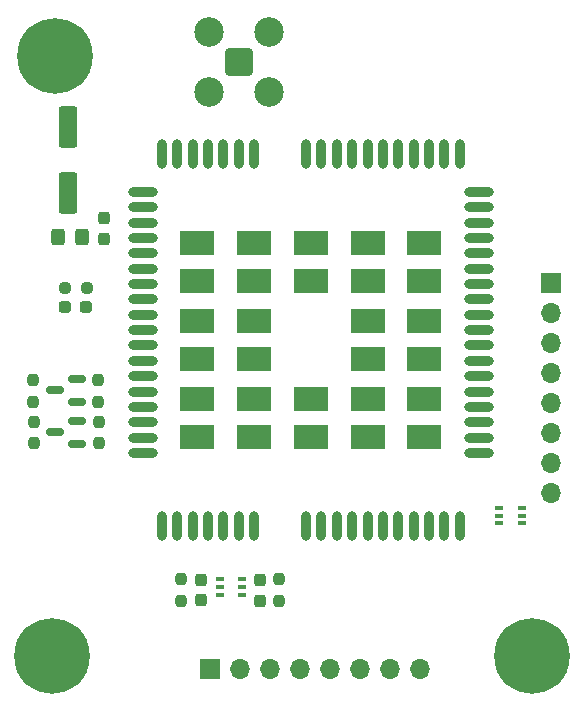
<source format=gbr>
%TF.GenerationSoftware,KiCad,Pcbnew,7.0.5*%
%TF.CreationDate,2023-07-01T23:53:25+07:00*%
%TF.ProjectId,PoeSci EFarm Rev 3,506f6553-6369-4204-9546-61726d205265,rev?*%
%TF.SameCoordinates,Original*%
%TF.FileFunction,Soldermask,Top*%
%TF.FilePolarity,Negative*%
%FSLAX46Y46*%
G04 Gerber Fmt 4.6, Leading zero omitted, Abs format (unit mm)*
G04 Created by KiCad (PCBNEW 7.0.5) date 2023-07-01 23:53:25*
%MOMM*%
%LPD*%
G01*
G04 APERTURE LIST*
G04 Aperture macros list*
%AMRoundRect*
0 Rectangle with rounded corners*
0 $1 Rounding radius*
0 $2 $3 $4 $5 $6 $7 $8 $9 X,Y pos of 4 corners*
0 Add a 4 corners polygon primitive as box body*
4,1,4,$2,$3,$4,$5,$6,$7,$8,$9,$2,$3,0*
0 Add four circle primitives for the rounded corners*
1,1,$1+$1,$2,$3*
1,1,$1+$1,$4,$5*
1,1,$1+$1,$6,$7*
1,1,$1+$1,$8,$9*
0 Add four rect primitives between the rounded corners*
20,1,$1+$1,$2,$3,$4,$5,0*
20,1,$1+$1,$4,$5,$6,$7,0*
20,1,$1+$1,$6,$7,$8,$9,0*
20,1,$1+$1,$8,$9,$2,$3,0*%
G04 Aperture macros list end*
%ADD10C,0.800000*%
%ADD11C,6.400000*%
%ADD12RoundRect,0.237500X0.237500X-0.287500X0.237500X0.287500X-0.237500X0.287500X-0.237500X-0.287500X0*%
%ADD13O,0.800000X2.500000*%
%ADD14O,2.500000X0.800000*%
%ADD15R,3.000000X2.000000*%
%ADD16R,1.700000X1.700000*%
%ADD17O,1.700000X1.700000*%
%ADD18RoundRect,0.237500X0.237500X-0.250000X0.237500X0.250000X-0.237500X0.250000X-0.237500X-0.250000X0*%
%ADD19RoundRect,0.250000X0.550000X-1.500000X0.550000X1.500000X-0.550000X1.500000X-0.550000X-1.500000X0*%
%ADD20RoundRect,0.250000X-0.325000X-0.450000X0.325000X-0.450000X0.325000X0.450000X-0.325000X0.450000X0*%
%ADD21RoundRect,0.200100X-0.949900X-0.949900X0.949900X-0.949900X0.949900X0.949900X-0.949900X0.949900X0*%
%ADD22C,2.500000*%
%ADD23RoundRect,0.237500X0.287500X0.237500X-0.287500X0.237500X-0.287500X-0.237500X0.287500X-0.237500X0*%
%ADD24R,0.650000X0.400000*%
%ADD25RoundRect,0.237500X0.237500X-0.300000X0.237500X0.300000X-0.237500X0.300000X-0.237500X-0.300000X0*%
%ADD26RoundRect,0.237500X0.250000X0.237500X-0.250000X0.237500X-0.250000X-0.237500X0.250000X-0.237500X0*%
%ADD27RoundRect,0.237500X-0.237500X0.250000X-0.237500X-0.250000X0.237500X-0.250000X0.237500X0.250000X0*%
%ADD28RoundRect,0.150000X0.587500X0.150000X-0.587500X0.150000X-0.587500X-0.150000X0.587500X-0.150000X0*%
G04 APERTURE END LIST*
D10*
%TO.C,REF\u002A\u002A*%
X133350000Y-98488800D03*
X135047056Y-102585856D03*
X135047056Y-99191744D03*
X135750000Y-100888800D03*
D11*
X133350000Y-100888800D03*
D10*
X133350000Y-103288800D03*
X131652944Y-99191744D03*
X131652944Y-102585856D03*
X130950000Y-100888800D03*
%TD*%
%TO.C,REF\u002A\u002A*%
X92659200Y-98514200D03*
X94356256Y-102611256D03*
X94356256Y-99217144D03*
X95059200Y-100914200D03*
D11*
X92659200Y-100914200D03*
D10*
X92659200Y-103314200D03*
X90962144Y-99217144D03*
X90962144Y-102611256D03*
X90259200Y-100914200D03*
%TD*%
%TO.C,REF\u002A\u002A*%
X92938600Y-47688800D03*
X94635656Y-51785856D03*
X94635656Y-48391744D03*
X95338600Y-50088800D03*
D11*
X92938600Y-50088800D03*
D10*
X92938600Y-52488800D03*
X91241544Y-48391744D03*
X91241544Y-51785856D03*
X90538600Y-50088800D03*
%TD*%
D12*
%TO.C,D2*%
X110298400Y-96200000D03*
X110298400Y-94450000D03*
%TD*%
D13*
%TO.C,U1*%
X102000000Y-89900000D03*
X103300000Y-89900000D03*
X104600000Y-89900000D03*
X105900000Y-89900000D03*
X107200000Y-89900000D03*
X108500000Y-89900000D03*
X109800000Y-89900000D03*
X114200000Y-89900000D03*
X115500000Y-89900000D03*
X116800000Y-89900000D03*
X118100000Y-89900000D03*
X119400000Y-89900000D03*
X120700000Y-89900000D03*
X122000000Y-89900000D03*
X123300000Y-89900000D03*
X124600000Y-89900000D03*
X125900000Y-89900000D03*
X127200000Y-89900000D03*
D14*
X128850000Y-83700000D03*
X128850000Y-82400000D03*
X128850000Y-81100000D03*
X128850000Y-79800000D03*
X128850000Y-78500000D03*
X128850000Y-77200000D03*
X128850000Y-75900000D03*
X128850000Y-74600000D03*
X128850000Y-73300000D03*
X128850000Y-72000000D03*
X128850000Y-70700000D03*
X128850000Y-69400000D03*
X128850000Y-68100000D03*
X128850000Y-66800000D03*
X128850000Y-65500000D03*
X128850000Y-64200000D03*
X128850000Y-62900000D03*
X128850000Y-61600000D03*
D13*
X127200000Y-58400000D03*
X125900000Y-58400000D03*
X124600000Y-58400000D03*
X123300000Y-58400000D03*
X122000000Y-58400000D03*
X120700000Y-58400000D03*
X119400000Y-58400000D03*
X118100000Y-58400000D03*
X116800000Y-58400000D03*
X115500000Y-58400000D03*
X114200000Y-58400000D03*
X109800000Y-58400000D03*
X108500000Y-58400000D03*
X107200000Y-58400000D03*
X105900000Y-58400000D03*
X104600000Y-58400000D03*
X103300000Y-58400000D03*
X102000000Y-58400000D03*
D14*
X100350000Y-61600000D03*
X100350000Y-62900000D03*
X100350000Y-64200000D03*
X100350000Y-65500000D03*
X100350000Y-66800000D03*
X100350000Y-68100000D03*
X100350000Y-69400000D03*
X100350000Y-70700000D03*
X100350000Y-72000000D03*
X100350000Y-73300000D03*
X100350000Y-74600000D03*
X100350000Y-75900000D03*
X100350000Y-77200000D03*
X100350000Y-78500000D03*
X100350000Y-79800000D03*
X100350000Y-81100000D03*
X100350000Y-82400000D03*
X100350000Y-83700000D03*
D15*
X105000000Y-65950000D03*
X109800000Y-65950000D03*
X114600000Y-65950000D03*
X119400000Y-65950000D03*
X124200000Y-65950000D03*
X105000000Y-69150000D03*
X109800000Y-69150000D03*
X114600000Y-69150000D03*
X119400000Y-69150000D03*
X124200000Y-69150000D03*
X105000000Y-72550000D03*
X109800000Y-72550000D03*
X119400000Y-72550000D03*
X124200000Y-72550000D03*
X105000000Y-75750000D03*
X109800000Y-75750000D03*
X119400000Y-75750000D03*
X124200000Y-75750000D03*
X105000000Y-79150000D03*
X109800000Y-79150000D03*
X114600000Y-79150000D03*
X119400000Y-79150000D03*
X124200000Y-79150000D03*
X105000000Y-82350000D03*
X109800000Y-82350000D03*
X114600000Y-82350000D03*
X119400000Y-82350000D03*
X124200000Y-82350000D03*
%TD*%
D16*
%TO.C,J3*%
X134950200Y-69320000D03*
D17*
X134950200Y-71860000D03*
X134950200Y-74400000D03*
X134950200Y-76940000D03*
X134950200Y-79480000D03*
X134950200Y-82020000D03*
X134950200Y-84560000D03*
X134950200Y-87100000D03*
%TD*%
D18*
%TO.C,R7*%
X103598400Y-96225000D03*
X103598400Y-94400000D03*
%TD*%
D19*
%TO.C,C1*%
X94000000Y-61700000D03*
X94000000Y-56100000D03*
%TD*%
D18*
%TO.C,R5*%
X91075000Y-79362500D03*
X91075000Y-77537500D03*
%TD*%
D20*
%TO.C,FB1*%
X93150000Y-65400000D03*
X95200000Y-65400000D03*
%TD*%
D21*
%TO.C,J2*%
X108483400Y-50596800D03*
D22*
X105943400Y-48056800D03*
X105943400Y-53136800D03*
X111023400Y-48056800D03*
X111023400Y-53136800D03*
%TD*%
D23*
%TO.C,D1*%
X95575000Y-71300000D03*
X93825000Y-71300000D03*
%TD*%
D16*
%TO.C,J4*%
X106020000Y-101975000D03*
D17*
X108560000Y-101975000D03*
X111100000Y-101975000D03*
X113640000Y-101975000D03*
X116180000Y-101975000D03*
X118720000Y-101975000D03*
X121260000Y-101975000D03*
X123800000Y-101975000D03*
%TD*%
D24*
%TO.C,Q1*%
X130550000Y-88350000D03*
X130550000Y-89000000D03*
X130550000Y-89650000D03*
X132450000Y-89650000D03*
X132450000Y-89000000D03*
X132450000Y-88350000D03*
%TD*%
%TO.C,Q4*%
X106898400Y-94400000D03*
X106898400Y-95050000D03*
X106898400Y-95700000D03*
X108798400Y-95700000D03*
X108798400Y-95050000D03*
X108798400Y-94400000D03*
%TD*%
D12*
%TO.C,D3*%
X105298400Y-96187500D03*
X105298400Y-94437500D03*
%TD*%
D25*
%TO.C,C2*%
X97100000Y-65562500D03*
X97100000Y-63837500D03*
%TD*%
D18*
%TO.C,R3*%
X96575000Y-79362500D03*
X96575000Y-77537500D03*
%TD*%
D26*
%TO.C,R1*%
X95612500Y-69700000D03*
X93787500Y-69700000D03*
%TD*%
D18*
%TO.C,R6*%
X111898400Y-96212500D03*
X111898400Y-94387500D03*
%TD*%
%TO.C,R2*%
X96637500Y-82862500D03*
X96637500Y-81037500D03*
%TD*%
D27*
%TO.C,R4*%
X91137500Y-81037500D03*
X91137500Y-82862500D03*
%TD*%
D28*
%TO.C,Q2*%
X94812500Y-82900000D03*
X94812500Y-81000000D03*
X92937500Y-81950000D03*
%TD*%
%TO.C,Q3*%
X94775000Y-79350000D03*
X94775000Y-77450000D03*
X92900000Y-78400000D03*
%TD*%
M02*

</source>
